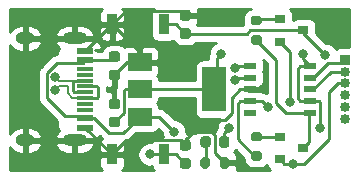
<source format=gbr>
%TF.GenerationSoftware,KiCad,Pcbnew,(5.1.8)-1*%
%TF.CreationDate,2020-12-30T11:25:41+08:00*%
%TF.ProjectId,downloader,646f776e-6c6f-4616-9465-722e6b696361,rev?*%
%TF.SameCoordinates,Original*%
%TF.FileFunction,Copper,L1,Top*%
%TF.FilePolarity,Positive*%
%FSLAX46Y46*%
G04 Gerber Fmt 4.6, Leading zero omitted, Abs format (unit mm)*
G04 Created by KiCad (PCBNEW (5.1.8)-1) date 2020-12-30 11:25:41*
%MOMM*%
%LPD*%
G01*
G04 APERTURE LIST*
%TA.AperFunction,SMDPad,CuDef*%
%ADD10R,1.100000X0.510000*%
%TD*%
%TA.AperFunction,SMDPad,CuDef*%
%ADD11R,2.000000X1.500000*%
%TD*%
%TA.AperFunction,SMDPad,CuDef*%
%ADD12R,2.000000X3.800000*%
%TD*%
%TA.AperFunction,SMDPad,CuDef*%
%ADD13R,0.900000X1.700000*%
%TD*%
%TA.AperFunction,SMDPad,CuDef*%
%ADD14R,0.900000X0.800000*%
%TD*%
%TA.AperFunction,ComponentPad*%
%ADD15O,0.850000X0.850000*%
%TD*%
%TA.AperFunction,ComponentPad*%
%ADD16R,0.850000X0.850000*%
%TD*%
%TA.AperFunction,SMDPad,CuDef*%
%ADD17R,1.450000X0.600000*%
%TD*%
%TA.AperFunction,SMDPad,CuDef*%
%ADD18R,1.450000X0.300000*%
%TD*%
%TA.AperFunction,ComponentPad*%
%ADD19O,2.100000X1.000000*%
%TD*%
%TA.AperFunction,ComponentPad*%
%ADD20O,1.600000X1.000000*%
%TD*%
%TA.AperFunction,ViaPad*%
%ADD21C,0.800000*%
%TD*%
%TA.AperFunction,Conductor*%
%ADD22C,0.250000*%
%TD*%
%TA.AperFunction,Conductor*%
%ADD23C,0.200000*%
%TD*%
%TA.AperFunction,Conductor*%
%ADD24C,0.254000*%
%TD*%
%TA.AperFunction,Conductor*%
%ADD25C,0.100000*%
%TD*%
G04 APERTURE END LIST*
%TO.P,R1,2*%
%TO.N,GND*%
%TA.AperFunction,SMDPad,CuDef*%
G36*
G01*
X118425000Y-99000000D02*
X118425000Y-98450000D01*
G75*
G02*
X118625000Y-98250000I200000J0D01*
G01*
X119025000Y-98250000D01*
G75*
G02*
X119225000Y-98450000I0J-200000D01*
G01*
X119225000Y-99000000D01*
G75*
G02*
X119025000Y-99200000I-200000J0D01*
G01*
X118625000Y-99200000D01*
G75*
G02*
X118425000Y-99000000I0J200000D01*
G01*
G37*
%TD.AperFunction*%
%TO.P,R1,1*%
%TO.N,Net-(D1-Pad1)*%
%TA.AperFunction,SMDPad,CuDef*%
G36*
G01*
X116775000Y-99000000D02*
X116775000Y-98450000D01*
G75*
G02*
X116975000Y-98250000I200000J0D01*
G01*
X117375000Y-98250000D01*
G75*
G02*
X117575000Y-98450000I0J-200000D01*
G01*
X117575000Y-99000000D01*
G75*
G02*
X117375000Y-99200000I-200000J0D01*
G01*
X116975000Y-99200000D01*
G75*
G02*
X116775000Y-99000000I0J200000D01*
G01*
G37*
%TD.AperFunction*%
%TD*%
%TO.P,D1,2*%
%TO.N,Net-(C1-Pad1)*%
%TA.AperFunction,SMDPad,CuDef*%
G36*
G01*
X118350000Y-97206250D02*
X118350000Y-96693750D01*
G75*
G02*
X118568750Y-96475000I218750J0D01*
G01*
X119006250Y-96475000D01*
G75*
G02*
X119225000Y-96693750I0J-218750D01*
G01*
X119225000Y-97206250D01*
G75*
G02*
X119006250Y-97425000I-218750J0D01*
G01*
X118568750Y-97425000D01*
G75*
G02*
X118350000Y-97206250I0J218750D01*
G01*
G37*
%TD.AperFunction*%
%TO.P,D1,1*%
%TO.N,Net-(D1-Pad1)*%
%TA.AperFunction,SMDPad,CuDef*%
G36*
G01*
X116775000Y-97206250D02*
X116775000Y-96693750D01*
G75*
G02*
X116993750Y-96475000I218750J0D01*
G01*
X117431250Y-96475000D01*
G75*
G02*
X117650000Y-96693750I0J-218750D01*
G01*
X117650000Y-97206250D01*
G75*
G02*
X117431250Y-97425000I-218750J0D01*
G01*
X116993750Y-97425000D01*
G75*
G02*
X116775000Y-97206250I0J218750D01*
G01*
G37*
%TD.AperFunction*%
%TD*%
D10*
%TO.P,U2,10*%
%TO.N,+3V3*%
X126050000Y-90500000D03*
%TO.P,U2,9*%
%TO.N,/RXD*%
X126050000Y-91500000D03*
%TO.P,U2,5*%
%TO.N,Net-(U2-Pad5)*%
X120950000Y-94500000D03*
%TO.P,U2,8*%
%TO.N,/TXD*%
X126050000Y-92500000D03*
%TO.P,U2,7*%
%TO.N,+3V3*%
X126050000Y-93500000D03*
%TO.P,U2,6*%
%TO.N,/RTS*%
X126050000Y-94500000D03*
%TO.P,U2,4*%
%TO.N,/DTR*%
X120950000Y-93500000D03*
%TO.P,U2,3*%
%TO.N,GND*%
X120950000Y-92500000D03*
%TO.P,U2,2*%
%TO.N,/D+*%
X120950000Y-91500000D03*
%TO.P,U2,1*%
%TO.N,/D-*%
X120950000Y-90500000D03*
%TD*%
D11*
%TO.P,U1,1*%
%TO.N,GND*%
X111650000Y-90200000D03*
%TO.P,U1,3*%
%TO.N,Net-(C1-Pad1)*%
X111650000Y-94800000D03*
%TO.P,U1,2*%
%TO.N,+3V3*%
X111650000Y-92500000D03*
D12*
X117950000Y-92500000D03*
%TD*%
D13*
%TO.P,SW2,2*%
%TO.N,/EN*%
X113700000Y-98000000D03*
%TO.P,SW2,1*%
%TO.N,GND*%
X109300000Y-98000000D03*
%TD*%
%TO.P,SW1,2*%
%TO.N,/IO0*%
X113700000Y-87000000D03*
%TO.P,SW1,1*%
%TO.N,GND*%
X109300000Y-87000000D03*
%TD*%
%TO.P,R3,2*%
%TO.N,/DTR*%
%TA.AperFunction,SMDPad,CuDef*%
G36*
G01*
X121250000Y-97750000D02*
X121800000Y-97750000D01*
G75*
G02*
X122000000Y-97950000I0J-200000D01*
G01*
X122000000Y-98350000D01*
G75*
G02*
X121800000Y-98550000I-200000J0D01*
G01*
X121250000Y-98550000D01*
G75*
G02*
X121050000Y-98350000I0J200000D01*
G01*
X121050000Y-97950000D01*
G75*
G02*
X121250000Y-97750000I200000J0D01*
G01*
G37*
%TD.AperFunction*%
%TO.P,R3,1*%
%TO.N,Net-(Q2-Pad1)*%
%TA.AperFunction,SMDPad,CuDef*%
G36*
G01*
X121250000Y-96100000D02*
X121800000Y-96100000D01*
G75*
G02*
X122000000Y-96300000I0J-200000D01*
G01*
X122000000Y-96700000D01*
G75*
G02*
X121800000Y-96900000I-200000J0D01*
G01*
X121250000Y-96900000D01*
G75*
G02*
X121050000Y-96700000I0J200000D01*
G01*
X121050000Y-96300000D01*
G75*
G02*
X121250000Y-96100000I200000J0D01*
G01*
G37*
%TD.AperFunction*%
%TD*%
%TO.P,R2,2*%
%TO.N,/RTS*%
%TA.AperFunction,SMDPad,CuDef*%
G36*
G01*
X121225000Y-87925000D02*
X121775000Y-87925000D01*
G75*
G02*
X121975000Y-88125000I0J-200000D01*
G01*
X121975000Y-88525000D01*
G75*
G02*
X121775000Y-88725000I-200000J0D01*
G01*
X121225000Y-88725000D01*
G75*
G02*
X121025000Y-88525000I0J200000D01*
G01*
X121025000Y-88125000D01*
G75*
G02*
X121225000Y-87925000I200000J0D01*
G01*
G37*
%TD.AperFunction*%
%TO.P,R2,1*%
%TO.N,Net-(Q1-Pad1)*%
%TA.AperFunction,SMDPad,CuDef*%
G36*
G01*
X121225000Y-86275000D02*
X121775000Y-86275000D01*
G75*
G02*
X121975000Y-86475000I0J-200000D01*
G01*
X121975000Y-86875000D01*
G75*
G02*
X121775000Y-87075000I-200000J0D01*
G01*
X121225000Y-87075000D01*
G75*
G02*
X121025000Y-86875000I0J200000D01*
G01*
X121025000Y-86475000D01*
G75*
G02*
X121225000Y-86275000I200000J0D01*
G01*
G37*
%TD.AperFunction*%
%TD*%
D14*
%TO.P,Q2,3*%
%TO.N,/RTS*%
X125475000Y-97475000D03*
%TO.P,Q2,2*%
%TO.N,/EN*%
X123475000Y-98425000D03*
%TO.P,Q2,1*%
%TO.N,Net-(Q2-Pad1)*%
X123475000Y-96525000D03*
%TD*%
%TO.P,Q1,3*%
%TO.N,/IO0*%
X125500000Y-87500000D03*
%TO.P,Q1,2*%
%TO.N,/DTR*%
X123500000Y-88450000D03*
%TO.P,Q1,1*%
%TO.N,Net-(Q1-Pad1)*%
X123500000Y-86550000D03*
%TD*%
D15*
%TO.P,J2,6*%
%TO.N,+3V3*%
X129000000Y-95000000D03*
%TO.P,J2,5*%
%TO.N,GND*%
X129000000Y-94000000D03*
%TO.P,J2,4*%
%TO.N,/IO0*%
X129000000Y-93000000D03*
%TO.P,J2,3*%
%TO.N,/EN*%
X129000000Y-92000000D03*
%TO.P,J2,2*%
%TO.N,/TXD*%
X129000000Y-91000000D03*
D16*
%TO.P,J2,1*%
%TO.N,/RXD*%
X129000000Y-90000000D03*
%TD*%
D17*
%TO.P,J1,B1*%
%TO.N,GND*%
X107045000Y-95750000D03*
%TO.P,J1,A9*%
%TO.N,Net-(C1-Pad1)*%
X107045000Y-94950000D03*
%TO.P,J1,B9*%
X107045000Y-90050000D03*
%TO.P,J1,B12*%
%TO.N,GND*%
X107045000Y-89250000D03*
%TO.P,J1,A1*%
X107045000Y-89250000D03*
%TO.P,J1,A4*%
%TO.N,Net-(C1-Pad1)*%
X107045000Y-90050000D03*
%TO.P,J1,B4*%
X107045000Y-94950000D03*
%TO.P,J1,A12*%
%TO.N,GND*%
X107045000Y-95750000D03*
D18*
%TO.P,J1,B8*%
%TO.N,Net-(J1-PadB8)*%
X107045000Y-90750000D03*
%TO.P,J1,A5*%
%TO.N,Net-(J1-PadA5)*%
X107045000Y-91250000D03*
%TO.P,J1,B7*%
%TO.N,/D-*%
X107045000Y-91750000D03*
%TO.P,J1,A7*%
X107045000Y-92750000D03*
%TO.P,J1,B6*%
%TO.N,/D+*%
X107045000Y-93250000D03*
%TO.P,J1,A8*%
%TO.N,Net-(J1-PadA8)*%
X107045000Y-93750000D03*
%TO.P,J1,B5*%
%TO.N,Net-(J1-PadB5)*%
X107045000Y-94250000D03*
%TO.P,J1,A6*%
%TO.N,/D+*%
X107045000Y-92250000D03*
D19*
%TO.P,J1,S1*%
%TO.N,GND*%
X106130000Y-96820000D03*
X106130000Y-88180000D03*
D20*
X101950000Y-88180000D03*
X101950000Y-96820000D03*
%TD*%
%TO.P,C4,2*%
%TO.N,GND*%
%TA.AperFunction,SMDPad,CuDef*%
G36*
G01*
X115750000Y-97675000D02*
X115250000Y-97675000D01*
G75*
G02*
X115025000Y-97450000I0J225000D01*
G01*
X115025000Y-97000000D01*
G75*
G02*
X115250000Y-96775000I225000J0D01*
G01*
X115750000Y-96775000D01*
G75*
G02*
X115975000Y-97000000I0J-225000D01*
G01*
X115975000Y-97450000D01*
G75*
G02*
X115750000Y-97675000I-225000J0D01*
G01*
G37*
%TD.AperFunction*%
%TO.P,C4,1*%
%TO.N,/EN*%
%TA.AperFunction,SMDPad,CuDef*%
G36*
G01*
X115750000Y-99225000D02*
X115250000Y-99225000D01*
G75*
G02*
X115025000Y-99000000I0J225000D01*
G01*
X115025000Y-98550000D01*
G75*
G02*
X115250000Y-98325000I225000J0D01*
G01*
X115750000Y-98325000D01*
G75*
G02*
X115975000Y-98550000I0J-225000D01*
G01*
X115975000Y-99000000D01*
G75*
G02*
X115750000Y-99225000I-225000J0D01*
G01*
G37*
%TD.AperFunction*%
%TD*%
%TO.P,C2,2*%
%TO.N,GND*%
%TA.AperFunction,SMDPad,CuDef*%
G36*
G01*
X115750000Y-86675000D02*
X115250000Y-86675000D01*
G75*
G02*
X115025000Y-86450000I0J225000D01*
G01*
X115025000Y-86000000D01*
G75*
G02*
X115250000Y-85775000I225000J0D01*
G01*
X115750000Y-85775000D01*
G75*
G02*
X115975000Y-86000000I0J-225000D01*
G01*
X115975000Y-86450000D01*
G75*
G02*
X115750000Y-86675000I-225000J0D01*
G01*
G37*
%TD.AperFunction*%
%TO.P,C2,1*%
%TO.N,/IO0*%
%TA.AperFunction,SMDPad,CuDef*%
G36*
G01*
X115750000Y-88225000D02*
X115250000Y-88225000D01*
G75*
G02*
X115025000Y-88000000I0J225000D01*
G01*
X115025000Y-87550000D01*
G75*
G02*
X115250000Y-87325000I225000J0D01*
G01*
X115750000Y-87325000D01*
G75*
G02*
X115975000Y-87550000I0J-225000D01*
G01*
X115975000Y-88000000D01*
G75*
G02*
X115750000Y-88225000I-225000J0D01*
G01*
G37*
%TD.AperFunction*%
%TD*%
%TO.P,C3,2*%
%TO.N,GND*%
%TA.AperFunction,SMDPad,CuDef*%
G36*
G01*
X109750000Y-94175000D02*
X109250000Y-94175000D01*
G75*
G02*
X109025000Y-93950000I0J225000D01*
G01*
X109025000Y-93500000D01*
G75*
G02*
X109250000Y-93275000I225000J0D01*
G01*
X109750000Y-93275000D01*
G75*
G02*
X109975000Y-93500000I0J-225000D01*
G01*
X109975000Y-93950000D01*
G75*
G02*
X109750000Y-94175000I-225000J0D01*
G01*
G37*
%TD.AperFunction*%
%TO.P,C3,1*%
%TO.N,+3V3*%
%TA.AperFunction,SMDPad,CuDef*%
G36*
G01*
X109750000Y-95725000D02*
X109250000Y-95725000D01*
G75*
G02*
X109025000Y-95500000I0J225000D01*
G01*
X109025000Y-95050000D01*
G75*
G02*
X109250000Y-94825000I225000J0D01*
G01*
X109750000Y-94825000D01*
G75*
G02*
X109975000Y-95050000I0J-225000D01*
G01*
X109975000Y-95500000D01*
G75*
G02*
X109750000Y-95725000I-225000J0D01*
G01*
G37*
%TD.AperFunction*%
%TD*%
%TO.P,C1,2*%
%TO.N,GND*%
%TA.AperFunction,SMDPad,CuDef*%
G36*
G01*
X109250000Y-90825000D02*
X109750000Y-90825000D01*
G75*
G02*
X109975000Y-91050000I0J-225000D01*
G01*
X109975000Y-91500000D01*
G75*
G02*
X109750000Y-91725000I-225000J0D01*
G01*
X109250000Y-91725000D01*
G75*
G02*
X109025000Y-91500000I0J225000D01*
G01*
X109025000Y-91050000D01*
G75*
G02*
X109250000Y-90825000I225000J0D01*
G01*
G37*
%TD.AperFunction*%
%TO.P,C1,1*%
%TO.N,Net-(C1-Pad1)*%
%TA.AperFunction,SMDPad,CuDef*%
G36*
G01*
X109250000Y-89275000D02*
X109750000Y-89275000D01*
G75*
G02*
X109975000Y-89500000I0J-225000D01*
G01*
X109975000Y-89950000D01*
G75*
G02*
X109750000Y-90175000I-225000J0D01*
G01*
X109250000Y-90175000D01*
G75*
G02*
X109025000Y-89950000I0J225000D01*
G01*
X109025000Y-89500000D01*
G75*
G02*
X109250000Y-89275000I225000J0D01*
G01*
G37*
%TD.AperFunction*%
%TD*%
D21*
%TO.N,GND*%
X122100000Y-92500000D03*
X126900000Y-86200000D03*
%TO.N,/D-*%
X104500000Y-91475000D03*
X119700006Y-90700000D03*
%TO.N,/D+*%
X104500000Y-92525000D03*
X119712656Y-91712670D03*
%TO.N,/IO0*%
X127337465Y-89572282D03*
%TO.N,/DTR*%
X124351540Y-93574230D03*
X122500000Y-94000000D03*
%TO.N,/EN*%
X124575000Y-98825000D03*
X112474991Y-98000009D03*
%TO.N,+3V3*%
X125500000Y-89500000D03*
X118499990Y-89500000D03*
X126899998Y-95800000D03*
%TO.N,Net-(C1-Pad1)*%
X114550000Y-96075000D03*
X119199990Y-95750000D03*
%TD*%
D22*
%TO.N,GND*%
X109500000Y-91275000D02*
X109500000Y-93725000D01*
X115099999Y-85824999D02*
X115500000Y-86225000D01*
X110475001Y-85824999D02*
X115099999Y-85824999D01*
X109300000Y-87000000D02*
X110475001Y-85824999D01*
X115099999Y-96824999D02*
X115500000Y-97225000D01*
X110475001Y-96824999D02*
X115099999Y-96824999D01*
X109300000Y-98000000D02*
X110475001Y-96824999D01*
X109295000Y-87000000D02*
X107045000Y-89250000D01*
X109300000Y-87000000D02*
X109295000Y-87000000D01*
X109295000Y-98000000D02*
X107045000Y-95750000D01*
X109300000Y-98000000D02*
X109295000Y-98000000D01*
X110575000Y-90200000D02*
X109500000Y-91275000D01*
X111650000Y-90200000D02*
X110575000Y-90200000D01*
X111650000Y-89350000D02*
X109300000Y-87000000D01*
X111650000Y-90200000D02*
X111650000Y-89350000D01*
X120950000Y-92500000D02*
X122100000Y-92500000D01*
X115500000Y-96825000D02*
X115500000Y-97225000D01*
X117750000Y-96100000D02*
X116225000Y-96100000D01*
X118000000Y-96350000D02*
X117750000Y-96100000D01*
X116225000Y-96100000D02*
X115500000Y-96825000D01*
X118000000Y-97900000D02*
X118000000Y-96350000D01*
X118825000Y-98725000D02*
X118000000Y-97900000D01*
X117225000Y-95100000D02*
X115500000Y-96825000D01*
X118835002Y-95100000D02*
X117225000Y-95100000D01*
X119450000Y-93200011D02*
X119450000Y-94485002D01*
X119449989Y-93200011D02*
X119450000Y-93200011D01*
X120150000Y-92500000D02*
X119449989Y-93200011D01*
X119450000Y-94485002D02*
X118835002Y-95100000D01*
X120950000Y-92500000D02*
X120150000Y-92500000D01*
%TO.N,/D-*%
X106084998Y-92750000D02*
X107045000Y-92750000D01*
X105994999Y-92660001D02*
X106084998Y-92750000D01*
X105994999Y-91839999D02*
X105994999Y-92660001D01*
X106084998Y-91750000D02*
X105994999Y-91839999D01*
X107045000Y-91750000D02*
X106084998Y-91750000D01*
D23*
X104800000Y-91775000D02*
X104500000Y-91475000D01*
X105932499Y-91775000D02*
X104800000Y-91775000D01*
X105957499Y-91750000D02*
X105932499Y-91775000D01*
X107045000Y-91750000D02*
X105957499Y-91750000D01*
D22*
X119900006Y-90500000D02*
X119700006Y-90700000D01*
X120950000Y-90500000D02*
X119900006Y-90500000D01*
%TO.N,/D+*%
X108020000Y-93250000D02*
X107045000Y-93250000D01*
X108095001Y-93174999D02*
X108020000Y-93250000D01*
X108095001Y-92339999D02*
X108095001Y-93174999D01*
X108005002Y-92250000D02*
X108095001Y-92339999D01*
X107045000Y-92250000D02*
X108005002Y-92250000D01*
D23*
X108070001Y-93140001D02*
X108010001Y-93200001D01*
X105569989Y-92836045D02*
X105569989Y-92225000D01*
X104800000Y-92225000D02*
X104500000Y-92525000D01*
X107045000Y-92250000D02*
X107960002Y-92250000D01*
X108070001Y-92359999D02*
X108070001Y-93140001D01*
X108010001Y-93200001D02*
X105933945Y-93200001D01*
X107960002Y-92250000D02*
X108070001Y-92359999D01*
X105933945Y-93200001D02*
X105569989Y-92836045D01*
X105569989Y-92225000D02*
X104800000Y-92225000D01*
D22*
X120950000Y-91500000D02*
X119925326Y-91500000D01*
X119925326Y-91500000D02*
X119712656Y-91712670D01*
%TO.N,/IO0*%
X114725000Y-87000000D02*
X115500000Y-87775000D01*
X113700000Y-87000000D02*
X114725000Y-87000000D01*
X121000000Y-87500000D02*
X125500000Y-87500000D01*
X120725000Y-87775000D02*
X121000000Y-87500000D01*
X115500000Y-87775000D02*
X120725000Y-87775000D01*
X125500000Y-87734817D02*
X127337465Y-89572282D01*
X125500000Y-87500000D02*
X125500000Y-87734817D01*
%TO.N,/DTR*%
X124351540Y-89301540D02*
X124351540Y-93574230D01*
X123500000Y-88450000D02*
X124351540Y-89301540D01*
X122000000Y-93500000D02*
X120950000Y-93500000D01*
X122500000Y-94000000D02*
X122000000Y-93500000D01*
X119925000Y-96725000D02*
X121350000Y-98150000D01*
X120150000Y-93500000D02*
X119925000Y-93725000D01*
X120950000Y-93500000D02*
X120150000Y-93500000D01*
X119925000Y-93725000D02*
X119925000Y-96725000D01*
%TO.N,Net-(Q1-Pad1)*%
X121625000Y-86550000D02*
X121500000Y-86675000D01*
X123500000Y-86550000D02*
X121625000Y-86550000D01*
%TO.N,/RTS*%
X124000000Y-94500000D02*
X126050000Y-94500000D01*
X123149848Y-93649848D02*
X124000000Y-94500000D01*
X123149848Y-89974848D02*
X123149848Y-93649848D01*
X121500000Y-88325000D02*
X123149848Y-89974848D01*
X126000000Y-96950000D02*
X125475000Y-97475000D01*
X126000000Y-94550000D02*
X126000000Y-96950000D01*
X126050000Y-94500000D02*
X126000000Y-94550000D01*
%TO.N,/EN*%
X114725000Y-98000000D02*
X115500000Y-98775000D01*
X113700000Y-98000000D02*
X114725000Y-98000000D01*
X123875000Y-98825000D02*
X123475000Y-98425000D01*
X124575000Y-98825000D02*
X123875000Y-98825000D01*
X124575000Y-98825000D02*
X125560002Y-98825000D01*
X125560002Y-98825000D02*
X127650001Y-96735001D01*
X127650001Y-96735001D02*
X127650001Y-92748959D01*
X128398960Y-92000000D02*
X129000000Y-92000000D01*
X127650001Y-92748959D02*
X128398960Y-92000000D01*
X112475000Y-98000000D02*
X112474991Y-98000009D01*
X113700000Y-98000000D02*
X112475000Y-98000000D01*
%TO.N,Net-(Q2-Pad1)*%
X123450000Y-96500000D02*
X123475000Y-96525000D01*
X121350000Y-96500000D02*
X123450000Y-96500000D01*
%TO.N,+3V3*%
X125000000Y-93250000D02*
X125250000Y-93500000D01*
X125250000Y-93500000D02*
X126050000Y-93500000D01*
X125000000Y-90750000D02*
X125000000Y-93250000D01*
X125250000Y-90500000D02*
X125000000Y-90750000D01*
X126050000Y-90500000D02*
X125250000Y-90500000D01*
X125500000Y-89950000D02*
X126050000Y-90500000D01*
X125500000Y-89500000D02*
X125500000Y-89950000D01*
X118150000Y-92500000D02*
X118150000Y-89849990D01*
X118150000Y-89849990D02*
X118499990Y-89500000D01*
X110300010Y-94474990D02*
X109500000Y-95275000D01*
X110300010Y-92599990D02*
X110300010Y-94474990D01*
X110400000Y-92500000D02*
X110300010Y-92599990D01*
X111650000Y-92500000D02*
X110400000Y-92500000D01*
X111650000Y-92500000D02*
X117950000Y-92500000D01*
X126925001Y-95774997D02*
X126899998Y-95800000D01*
X126050000Y-93500000D02*
X126850000Y-93500000D01*
X126850000Y-93500000D02*
X126925001Y-93575001D01*
X126925001Y-93575001D02*
X126925001Y-95774997D01*
%TO.N,Net-(C1-Pad1)*%
X109175000Y-90050000D02*
X109500000Y-89725000D01*
X107045000Y-90050000D02*
X109175000Y-90050000D01*
X110250000Y-96200000D02*
X111650000Y-94800000D01*
X109052501Y-96200000D02*
X110250000Y-96200000D01*
X107802501Y-94950000D02*
X109052501Y-96200000D01*
X107045000Y-94950000D02*
X107802501Y-94950000D01*
X106820001Y-94725001D02*
X107045000Y-94950000D01*
X105273001Y-94725001D02*
X106820001Y-94725001D01*
X103774999Y-93226999D02*
X105273001Y-94725001D01*
X103774999Y-91126999D02*
X103774999Y-93226999D01*
X104641997Y-90260001D02*
X103774999Y-91126999D01*
X106834999Y-90260001D02*
X104641997Y-90260001D01*
X107045000Y-90050000D02*
X106834999Y-90260001D01*
X113275000Y-94800000D02*
X114550000Y-96075000D01*
X111650000Y-94800000D02*
X113275000Y-94800000D01*
X118787500Y-96950000D02*
X118787500Y-96162490D01*
X118787500Y-96162490D02*
X119199990Y-95750000D01*
%TO.N,/RXD*%
X126345000Y-91500000D02*
X126050000Y-91500000D01*
X127595001Y-90249999D02*
X126345000Y-91500000D01*
X128750001Y-90249999D02*
X127595001Y-90249999D01*
X129000000Y-90000000D02*
X128750001Y-90249999D01*
%TO.N,/TXD*%
X127845000Y-91000000D02*
X126345000Y-92500000D01*
X126345000Y-92500000D02*
X126050000Y-92500000D01*
X129000000Y-91000000D02*
X127845000Y-91000000D01*
%TO.N,Net-(D1-Pad1)*%
X117212500Y-98687500D02*
X117175000Y-98725000D01*
X117212500Y-96950000D02*
X117212500Y-98687500D01*
%TD*%
D24*
%TO.N,GND*%
X120411928Y-98286730D02*
X120411928Y-98350000D01*
X120428031Y-98513500D01*
X120475722Y-98670716D01*
X120553169Y-98815608D01*
X120657394Y-98942606D01*
X120784392Y-99046831D01*
X120929284Y-99124278D01*
X121086500Y-99171969D01*
X121250000Y-99188072D01*
X121800000Y-99188072D01*
X121963500Y-99171969D01*
X122120716Y-99124278D01*
X122265608Y-99046831D01*
X122392606Y-98942606D01*
X122397878Y-98936182D01*
X122399188Y-98949482D01*
X122435498Y-99069180D01*
X122494463Y-99179494D01*
X122573815Y-99276185D01*
X122651574Y-99340000D01*
X119846105Y-99340000D01*
X119850812Y-99324482D01*
X119863072Y-99200000D01*
X119860000Y-99010750D01*
X119701250Y-98852000D01*
X118952000Y-98852000D01*
X118952000Y-98872000D01*
X118698000Y-98872000D01*
X118698000Y-98852000D01*
X118678000Y-98852000D01*
X118678000Y-98598000D01*
X118698000Y-98598000D01*
X118698000Y-98578000D01*
X118952000Y-98578000D01*
X118952000Y-98598000D01*
X119701250Y-98598000D01*
X119860000Y-98439250D01*
X119863072Y-98250000D01*
X119850812Y-98125518D01*
X119814502Y-98005820D01*
X119755537Y-97895506D01*
X119676185Y-97798815D01*
X119644422Y-97772748D01*
X119718671Y-97682275D01*
X119749603Y-97624405D01*
X120411928Y-98286730D01*
%TA.AperFunction,Conductor*%
D25*
G36*
X120411928Y-98286730D02*
G01*
X120411928Y-98350000D01*
X120428031Y-98513500D01*
X120475722Y-98670716D01*
X120553169Y-98815608D01*
X120657394Y-98942606D01*
X120784392Y-99046831D01*
X120929284Y-99124278D01*
X121086500Y-99171969D01*
X121250000Y-99188072D01*
X121800000Y-99188072D01*
X121963500Y-99171969D01*
X122120716Y-99124278D01*
X122265608Y-99046831D01*
X122392606Y-98942606D01*
X122397878Y-98936182D01*
X122399188Y-98949482D01*
X122435498Y-99069180D01*
X122494463Y-99179494D01*
X122573815Y-99276185D01*
X122651574Y-99340000D01*
X119846105Y-99340000D01*
X119850812Y-99324482D01*
X119863072Y-99200000D01*
X119860000Y-99010750D01*
X119701250Y-98852000D01*
X118952000Y-98852000D01*
X118952000Y-98872000D01*
X118698000Y-98872000D01*
X118698000Y-98852000D01*
X118678000Y-98852000D01*
X118678000Y-98598000D01*
X118698000Y-98598000D01*
X118698000Y-98578000D01*
X118952000Y-98578000D01*
X118952000Y-98598000D01*
X119701250Y-98598000D01*
X119860000Y-98439250D01*
X119863072Y-98250000D01*
X119850812Y-98125518D01*
X119814502Y-98005820D01*
X119755537Y-97895506D01*
X119676185Y-97798815D01*
X119644422Y-97772748D01*
X119718671Y-97682275D01*
X119749603Y-97624405D01*
X120411928Y-98286730D01*
G37*
%TD.AperFunction*%
D24*
X108398815Y-85698815D02*
X108319463Y-85795506D01*
X108260498Y-85905820D01*
X108224188Y-86025518D01*
X108211928Y-86150000D01*
X108215000Y-86714250D01*
X108373750Y-86873000D01*
X109173000Y-86873000D01*
X109173000Y-86853000D01*
X109427000Y-86853000D01*
X109427000Y-86873000D01*
X110226250Y-86873000D01*
X110385000Y-86714250D01*
X110388072Y-86150000D01*
X110375812Y-86025518D01*
X110339502Y-85905820D01*
X110280537Y-85795506D01*
X110201185Y-85698815D01*
X110153889Y-85660000D01*
X112846111Y-85660000D01*
X112798815Y-85698815D01*
X112719463Y-85795506D01*
X112660498Y-85905820D01*
X112624188Y-86025518D01*
X112611928Y-86150000D01*
X112611928Y-87850000D01*
X112624188Y-87974482D01*
X112660498Y-88094180D01*
X112719463Y-88204494D01*
X112798815Y-88301185D01*
X112895506Y-88380537D01*
X113005820Y-88439502D01*
X113125518Y-88475812D01*
X113250000Y-88488072D01*
X114150000Y-88488072D01*
X114274482Y-88475812D01*
X114394180Y-88439502D01*
X114485044Y-88390934D01*
X114532382Y-88479497D01*
X114639716Y-88610284D01*
X114770503Y-88717618D01*
X114919717Y-88797375D01*
X115081623Y-88846488D01*
X115250000Y-88863072D01*
X115750000Y-88863072D01*
X115918377Y-88846488D01*
X116080283Y-88797375D01*
X116229497Y-88717618D01*
X116360284Y-88610284D01*
X116422068Y-88535000D01*
X118125121Y-88535000D01*
X118009734Y-88582795D01*
X117840216Y-88696063D01*
X117696053Y-88840226D01*
X117582785Y-89009744D01*
X117504764Y-89198102D01*
X117464990Y-89398061D01*
X117464990Y-89519324D01*
X117444454Y-89557744D01*
X117423833Y-89625725D01*
X117400998Y-89701004D01*
X117398554Y-89725815D01*
X117386324Y-89849990D01*
X117390001Y-89887322D01*
X117390001Y-89961928D01*
X116950000Y-89961928D01*
X116825518Y-89974188D01*
X116705820Y-90010498D01*
X116595506Y-90069463D01*
X116498815Y-90148815D01*
X116419463Y-90245506D01*
X116360498Y-90355820D01*
X116324188Y-90475518D01*
X116311928Y-90600000D01*
X116311928Y-91740000D01*
X113287087Y-91740000D01*
X113275812Y-91625518D01*
X113239502Y-91505820D01*
X113180537Y-91395506D01*
X113143191Y-91350000D01*
X113180537Y-91304494D01*
X113239502Y-91194180D01*
X113275812Y-91074482D01*
X113288072Y-90950000D01*
X113285000Y-90485750D01*
X113126250Y-90327000D01*
X111777000Y-90327000D01*
X111777000Y-90347000D01*
X111523000Y-90347000D01*
X111523000Y-90327000D01*
X111503000Y-90327000D01*
X111503000Y-90073000D01*
X111523000Y-90073000D01*
X111523000Y-88973750D01*
X111777000Y-88973750D01*
X111777000Y-90073000D01*
X113126250Y-90073000D01*
X113285000Y-89914250D01*
X113288072Y-89450000D01*
X113275812Y-89325518D01*
X113239502Y-89205820D01*
X113180537Y-89095506D01*
X113101185Y-88998815D01*
X113004494Y-88919463D01*
X112894180Y-88860498D01*
X112774482Y-88824188D01*
X112650000Y-88811928D01*
X111935750Y-88815000D01*
X111777000Y-88973750D01*
X111523000Y-88973750D01*
X111364250Y-88815000D01*
X110650000Y-88811928D01*
X110525518Y-88824188D01*
X110405820Y-88860498D01*
X110356684Y-88886762D01*
X110229497Y-88782382D01*
X110080283Y-88702625D01*
X109918377Y-88653512D01*
X109750000Y-88636928D01*
X109250000Y-88636928D01*
X109081623Y-88653512D01*
X108919717Y-88702625D01*
X108770503Y-88782382D01*
X108639716Y-88889716D01*
X108532382Y-89020503D01*
X108452625Y-89169717D01*
X108416138Y-89290000D01*
X108210444Y-89290000D01*
X108124494Y-89219463D01*
X108014180Y-89160498D01*
X107894482Y-89124188D01*
X107882420Y-89123000D01*
X108246250Y-89123000D01*
X108405000Y-88964250D01*
X108408072Y-88950000D01*
X108395812Y-88825518D01*
X108359502Y-88705820D01*
X108300537Y-88595506D01*
X108221185Y-88498815D01*
X108124494Y-88419463D01*
X108014180Y-88360498D01*
X107894482Y-88324188D01*
X107770000Y-88311928D01*
X107652104Y-88312753D01*
X107647954Y-88307000D01*
X106257000Y-88307000D01*
X106257000Y-88318133D01*
X106195518Y-88324188D01*
X106186248Y-88327000D01*
X106003000Y-88327000D01*
X106003000Y-88307000D01*
X104612046Y-88307000D01*
X104485881Y-88481874D01*
X104565724Y-88704976D01*
X104687631Y-88892764D01*
X104828206Y-89037116D01*
X104749259Y-89155269D01*
X104676892Y-89329978D01*
X104643769Y-89496500D01*
X104641996Y-89496325D01*
X104604673Y-89500001D01*
X104604664Y-89500001D01*
X104493011Y-89510998D01*
X104349750Y-89554455D01*
X104217721Y-89625027D01*
X104101996Y-89720000D01*
X104078198Y-89748998D01*
X103264001Y-90563196D01*
X103234998Y-90586998D01*
X103208581Y-90619188D01*
X103140025Y-90702723D01*
X103075308Y-90823800D01*
X103069453Y-90834753D01*
X103025996Y-90978014D01*
X103014999Y-91089667D01*
X103014999Y-91089677D01*
X103011323Y-91126999D01*
X103014999Y-91164322D01*
X103015000Y-93189667D01*
X103011323Y-93226999D01*
X103015000Y-93264332D01*
X103025997Y-93375985D01*
X103031150Y-93392972D01*
X103069453Y-93519245D01*
X103140025Y-93651275D01*
X103201341Y-93725988D01*
X103234999Y-93767000D01*
X103263997Y-93790798D01*
X104661344Y-95188146D01*
X104640000Y-95295448D01*
X104640000Y-95484552D01*
X104676892Y-95670022D01*
X104749259Y-95844731D01*
X104828206Y-95962884D01*
X104687631Y-96107236D01*
X104565724Y-96295024D01*
X104485881Y-96518126D01*
X104612046Y-96693000D01*
X106003000Y-96693000D01*
X106003000Y-96673000D01*
X106186248Y-96673000D01*
X106195518Y-96675812D01*
X106257000Y-96681867D01*
X106257000Y-96693000D01*
X107647954Y-96693000D01*
X107652104Y-96687247D01*
X107770000Y-96688072D01*
X107894482Y-96675812D01*
X108014180Y-96639502D01*
X108124494Y-96580537D01*
X108221185Y-96501185D01*
X108247193Y-96469494D01*
X108441491Y-96663792D01*
X108398815Y-96698815D01*
X108319463Y-96795506D01*
X108260498Y-96905820D01*
X108224188Y-97025518D01*
X108211928Y-97150000D01*
X108215000Y-97714250D01*
X108373750Y-97873000D01*
X109173000Y-97873000D01*
X109173000Y-97853000D01*
X109427000Y-97853000D01*
X109427000Y-97873000D01*
X110226250Y-97873000D01*
X110385000Y-97714250D01*
X110388072Y-97150000D01*
X110375812Y-97025518D01*
X110353947Y-96953439D01*
X110398986Y-96949003D01*
X110542247Y-96905546D01*
X110674276Y-96834974D01*
X110790001Y-96740001D01*
X110813804Y-96710997D01*
X111336729Y-96188072D01*
X112650000Y-96188072D01*
X112774482Y-96175812D01*
X112894180Y-96139502D01*
X113004494Y-96080537D01*
X113101185Y-96001185D01*
X113180537Y-95904494D01*
X113223784Y-95823586D01*
X113515000Y-96114802D01*
X113515000Y-96176939D01*
X113554774Y-96376898D01*
X113610706Y-96511928D01*
X113250000Y-96511928D01*
X113125518Y-96524188D01*
X113005820Y-96560498D01*
X112895506Y-96619463D01*
X112798815Y-96698815D01*
X112719463Y-96795506D01*
X112660498Y-96905820D01*
X112638809Y-96977317D01*
X112576930Y-96965009D01*
X112373052Y-96965009D01*
X112173093Y-97004783D01*
X111984735Y-97082804D01*
X111815217Y-97196072D01*
X111671054Y-97340235D01*
X111557786Y-97509753D01*
X111479765Y-97698111D01*
X111439991Y-97898070D01*
X111439991Y-98101948D01*
X111479765Y-98301907D01*
X111557786Y-98490265D01*
X111671054Y-98659783D01*
X111815217Y-98803946D01*
X111984735Y-98917214D01*
X112173093Y-98995235D01*
X112373052Y-99035009D01*
X112576930Y-99035009D01*
X112638815Y-99022699D01*
X112660498Y-99094180D01*
X112719463Y-99204494D01*
X112798815Y-99301185D01*
X112846111Y-99340000D01*
X110153889Y-99340000D01*
X110201185Y-99301185D01*
X110280537Y-99204494D01*
X110339502Y-99094180D01*
X110375812Y-98974482D01*
X110388072Y-98850000D01*
X110385000Y-98285750D01*
X110226250Y-98127000D01*
X109427000Y-98127000D01*
X109427000Y-98147000D01*
X109173000Y-98147000D01*
X109173000Y-98127000D01*
X108373750Y-98127000D01*
X108215000Y-98285750D01*
X108211928Y-98850000D01*
X108224188Y-98974482D01*
X108260498Y-99094180D01*
X108319463Y-99204494D01*
X108398815Y-99301185D01*
X108446111Y-99340000D01*
X100660000Y-99340000D01*
X100660000Y-97382371D01*
X100757631Y-97532764D01*
X100913831Y-97693161D01*
X101098322Y-97820003D01*
X101304013Y-97908415D01*
X101523000Y-97955000D01*
X101823000Y-97955000D01*
X101823000Y-96947000D01*
X102077000Y-96947000D01*
X102077000Y-97955000D01*
X102377000Y-97955000D01*
X102595987Y-97908415D01*
X102801678Y-97820003D01*
X102986169Y-97693161D01*
X103142369Y-97532764D01*
X103264276Y-97344976D01*
X103344119Y-97121874D01*
X104485881Y-97121874D01*
X104565724Y-97344976D01*
X104687631Y-97532764D01*
X104843831Y-97693161D01*
X105028322Y-97820003D01*
X105234013Y-97908415D01*
X105453000Y-97955000D01*
X106003000Y-97955000D01*
X106003000Y-96947000D01*
X106257000Y-96947000D01*
X106257000Y-97955000D01*
X106807000Y-97955000D01*
X107025987Y-97908415D01*
X107231678Y-97820003D01*
X107416169Y-97693161D01*
X107572369Y-97532764D01*
X107694276Y-97344976D01*
X107774119Y-97121874D01*
X107647954Y-96947000D01*
X106257000Y-96947000D01*
X106003000Y-96947000D01*
X104612046Y-96947000D01*
X104485881Y-97121874D01*
X103344119Y-97121874D01*
X103217954Y-96947000D01*
X102077000Y-96947000D01*
X101823000Y-96947000D01*
X101803000Y-96947000D01*
X101803000Y-96693000D01*
X101823000Y-96693000D01*
X101823000Y-95685000D01*
X102077000Y-95685000D01*
X102077000Y-96693000D01*
X103217954Y-96693000D01*
X103344119Y-96518126D01*
X103264276Y-96295024D01*
X103142369Y-96107236D01*
X102986169Y-95946839D01*
X102801678Y-95819997D01*
X102595987Y-95731585D01*
X102377000Y-95685000D01*
X102077000Y-95685000D01*
X101823000Y-95685000D01*
X101523000Y-95685000D01*
X101304013Y-95731585D01*
X101098322Y-95819997D01*
X100913831Y-95946839D01*
X100757631Y-96107236D01*
X100660000Y-96257629D01*
X100660000Y-88742371D01*
X100757631Y-88892764D01*
X100913831Y-89053161D01*
X101098322Y-89180003D01*
X101304013Y-89268415D01*
X101523000Y-89315000D01*
X101823000Y-89315000D01*
X101823000Y-88307000D01*
X102077000Y-88307000D01*
X102077000Y-89315000D01*
X102377000Y-89315000D01*
X102595987Y-89268415D01*
X102801678Y-89180003D01*
X102986169Y-89053161D01*
X103142369Y-88892764D01*
X103264276Y-88704976D01*
X103344119Y-88481874D01*
X103217954Y-88307000D01*
X102077000Y-88307000D01*
X101823000Y-88307000D01*
X101803000Y-88307000D01*
X101803000Y-88053000D01*
X101823000Y-88053000D01*
X101823000Y-87045000D01*
X102077000Y-87045000D01*
X102077000Y-88053000D01*
X103217954Y-88053000D01*
X103344119Y-87878126D01*
X104485881Y-87878126D01*
X104612046Y-88053000D01*
X106003000Y-88053000D01*
X106003000Y-87045000D01*
X106257000Y-87045000D01*
X106257000Y-88053000D01*
X107647954Y-88053000D01*
X107774119Y-87878126D01*
X107764054Y-87850000D01*
X108211928Y-87850000D01*
X108224188Y-87974482D01*
X108260498Y-88094180D01*
X108319463Y-88204494D01*
X108398815Y-88301185D01*
X108495506Y-88380537D01*
X108605820Y-88439502D01*
X108725518Y-88475812D01*
X108850000Y-88488072D01*
X109014250Y-88485000D01*
X109173000Y-88326250D01*
X109173000Y-87127000D01*
X109427000Y-87127000D01*
X109427000Y-88326250D01*
X109585750Y-88485000D01*
X109750000Y-88488072D01*
X109874482Y-88475812D01*
X109994180Y-88439502D01*
X110104494Y-88380537D01*
X110201185Y-88301185D01*
X110280537Y-88204494D01*
X110339502Y-88094180D01*
X110375812Y-87974482D01*
X110388072Y-87850000D01*
X110385000Y-87285750D01*
X110226250Y-87127000D01*
X109427000Y-87127000D01*
X109173000Y-87127000D01*
X108373750Y-87127000D01*
X108215000Y-87285750D01*
X108211928Y-87850000D01*
X107764054Y-87850000D01*
X107694276Y-87655024D01*
X107572369Y-87467236D01*
X107416169Y-87306839D01*
X107231678Y-87179997D01*
X107025987Y-87091585D01*
X106807000Y-87045000D01*
X106257000Y-87045000D01*
X106003000Y-87045000D01*
X105453000Y-87045000D01*
X105234013Y-87091585D01*
X105028322Y-87179997D01*
X104843831Y-87306839D01*
X104687631Y-87467236D01*
X104565724Y-87655024D01*
X104485881Y-87878126D01*
X103344119Y-87878126D01*
X103264276Y-87655024D01*
X103142369Y-87467236D01*
X102986169Y-87306839D01*
X102801678Y-87179997D01*
X102595987Y-87091585D01*
X102377000Y-87045000D01*
X102077000Y-87045000D01*
X101823000Y-87045000D01*
X101523000Y-87045000D01*
X101304013Y-87091585D01*
X101098322Y-87179997D01*
X100913831Y-87306839D01*
X100757631Y-87467236D01*
X100660000Y-87617629D01*
X100660000Y-85660000D01*
X108446111Y-85660000D01*
X108398815Y-85698815D01*
%TA.AperFunction,Conductor*%
D25*
G36*
X108398815Y-85698815D02*
G01*
X108319463Y-85795506D01*
X108260498Y-85905820D01*
X108224188Y-86025518D01*
X108211928Y-86150000D01*
X108215000Y-86714250D01*
X108373750Y-86873000D01*
X109173000Y-86873000D01*
X109173000Y-86853000D01*
X109427000Y-86853000D01*
X109427000Y-86873000D01*
X110226250Y-86873000D01*
X110385000Y-86714250D01*
X110388072Y-86150000D01*
X110375812Y-86025518D01*
X110339502Y-85905820D01*
X110280537Y-85795506D01*
X110201185Y-85698815D01*
X110153889Y-85660000D01*
X112846111Y-85660000D01*
X112798815Y-85698815D01*
X112719463Y-85795506D01*
X112660498Y-85905820D01*
X112624188Y-86025518D01*
X112611928Y-86150000D01*
X112611928Y-87850000D01*
X112624188Y-87974482D01*
X112660498Y-88094180D01*
X112719463Y-88204494D01*
X112798815Y-88301185D01*
X112895506Y-88380537D01*
X113005820Y-88439502D01*
X113125518Y-88475812D01*
X113250000Y-88488072D01*
X114150000Y-88488072D01*
X114274482Y-88475812D01*
X114394180Y-88439502D01*
X114485044Y-88390934D01*
X114532382Y-88479497D01*
X114639716Y-88610284D01*
X114770503Y-88717618D01*
X114919717Y-88797375D01*
X115081623Y-88846488D01*
X115250000Y-88863072D01*
X115750000Y-88863072D01*
X115918377Y-88846488D01*
X116080283Y-88797375D01*
X116229497Y-88717618D01*
X116360284Y-88610284D01*
X116422068Y-88535000D01*
X118125121Y-88535000D01*
X118009734Y-88582795D01*
X117840216Y-88696063D01*
X117696053Y-88840226D01*
X117582785Y-89009744D01*
X117504764Y-89198102D01*
X117464990Y-89398061D01*
X117464990Y-89519324D01*
X117444454Y-89557744D01*
X117423833Y-89625725D01*
X117400998Y-89701004D01*
X117398554Y-89725815D01*
X117386324Y-89849990D01*
X117390001Y-89887322D01*
X117390001Y-89961928D01*
X116950000Y-89961928D01*
X116825518Y-89974188D01*
X116705820Y-90010498D01*
X116595506Y-90069463D01*
X116498815Y-90148815D01*
X116419463Y-90245506D01*
X116360498Y-90355820D01*
X116324188Y-90475518D01*
X116311928Y-90600000D01*
X116311928Y-91740000D01*
X113287087Y-91740000D01*
X113275812Y-91625518D01*
X113239502Y-91505820D01*
X113180537Y-91395506D01*
X113143191Y-91350000D01*
X113180537Y-91304494D01*
X113239502Y-91194180D01*
X113275812Y-91074482D01*
X113288072Y-90950000D01*
X113285000Y-90485750D01*
X113126250Y-90327000D01*
X111777000Y-90327000D01*
X111777000Y-90347000D01*
X111523000Y-90347000D01*
X111523000Y-90327000D01*
X111503000Y-90327000D01*
X111503000Y-90073000D01*
X111523000Y-90073000D01*
X111523000Y-88973750D01*
X111777000Y-88973750D01*
X111777000Y-90073000D01*
X113126250Y-90073000D01*
X113285000Y-89914250D01*
X113288072Y-89450000D01*
X113275812Y-89325518D01*
X113239502Y-89205820D01*
X113180537Y-89095506D01*
X113101185Y-88998815D01*
X113004494Y-88919463D01*
X112894180Y-88860498D01*
X112774482Y-88824188D01*
X112650000Y-88811928D01*
X111935750Y-88815000D01*
X111777000Y-88973750D01*
X111523000Y-88973750D01*
X111364250Y-88815000D01*
X110650000Y-88811928D01*
X110525518Y-88824188D01*
X110405820Y-88860498D01*
X110356684Y-88886762D01*
X110229497Y-88782382D01*
X110080283Y-88702625D01*
X109918377Y-88653512D01*
X109750000Y-88636928D01*
X109250000Y-88636928D01*
X109081623Y-88653512D01*
X108919717Y-88702625D01*
X108770503Y-88782382D01*
X108639716Y-88889716D01*
X108532382Y-89020503D01*
X108452625Y-89169717D01*
X108416138Y-89290000D01*
X108210444Y-89290000D01*
X108124494Y-89219463D01*
X108014180Y-89160498D01*
X107894482Y-89124188D01*
X107882420Y-89123000D01*
X108246250Y-89123000D01*
X108405000Y-88964250D01*
X108408072Y-88950000D01*
X108395812Y-88825518D01*
X108359502Y-88705820D01*
X108300537Y-88595506D01*
X108221185Y-88498815D01*
X108124494Y-88419463D01*
X108014180Y-88360498D01*
X107894482Y-88324188D01*
X107770000Y-88311928D01*
X107652104Y-88312753D01*
X107647954Y-88307000D01*
X106257000Y-88307000D01*
X106257000Y-88318133D01*
X106195518Y-88324188D01*
X106186248Y-88327000D01*
X106003000Y-88327000D01*
X106003000Y-88307000D01*
X104612046Y-88307000D01*
X104485881Y-88481874D01*
X104565724Y-88704976D01*
X104687631Y-88892764D01*
X104828206Y-89037116D01*
X104749259Y-89155269D01*
X104676892Y-89329978D01*
X104643769Y-89496500D01*
X104641996Y-89496325D01*
X104604673Y-89500001D01*
X104604664Y-89500001D01*
X104493011Y-89510998D01*
X104349750Y-89554455D01*
X104217721Y-89625027D01*
X104101996Y-89720000D01*
X104078198Y-89748998D01*
X103264001Y-90563196D01*
X103234998Y-90586998D01*
X103208581Y-90619188D01*
X103140025Y-90702723D01*
X103075308Y-90823800D01*
X103069453Y-90834753D01*
X103025996Y-90978014D01*
X103014999Y-91089667D01*
X103014999Y-91089677D01*
X103011323Y-91126999D01*
X103014999Y-91164322D01*
X103015000Y-93189667D01*
X103011323Y-93226999D01*
X103015000Y-93264332D01*
X103025997Y-93375985D01*
X103031150Y-93392972D01*
X103069453Y-93519245D01*
X103140025Y-93651275D01*
X103201341Y-93725988D01*
X103234999Y-93767000D01*
X103263997Y-93790798D01*
X104661344Y-95188146D01*
X104640000Y-95295448D01*
X104640000Y-95484552D01*
X104676892Y-95670022D01*
X104749259Y-95844731D01*
X104828206Y-95962884D01*
X104687631Y-96107236D01*
X104565724Y-96295024D01*
X104485881Y-96518126D01*
X104612046Y-96693000D01*
X106003000Y-96693000D01*
X106003000Y-96673000D01*
X106186248Y-96673000D01*
X106195518Y-96675812D01*
X106257000Y-96681867D01*
X106257000Y-96693000D01*
X107647954Y-96693000D01*
X107652104Y-96687247D01*
X107770000Y-96688072D01*
X107894482Y-96675812D01*
X108014180Y-96639502D01*
X108124494Y-96580537D01*
X108221185Y-96501185D01*
X108247193Y-96469494D01*
X108441491Y-96663792D01*
X108398815Y-96698815D01*
X108319463Y-96795506D01*
X108260498Y-96905820D01*
X108224188Y-97025518D01*
X108211928Y-97150000D01*
X108215000Y-97714250D01*
X108373750Y-97873000D01*
X109173000Y-97873000D01*
X109173000Y-97853000D01*
X109427000Y-97853000D01*
X109427000Y-97873000D01*
X110226250Y-97873000D01*
X110385000Y-97714250D01*
X110388072Y-97150000D01*
X110375812Y-97025518D01*
X110353947Y-96953439D01*
X110398986Y-96949003D01*
X110542247Y-96905546D01*
X110674276Y-96834974D01*
X110790001Y-96740001D01*
X110813804Y-96710997D01*
X111336729Y-96188072D01*
X112650000Y-96188072D01*
X112774482Y-96175812D01*
X112894180Y-96139502D01*
X113004494Y-96080537D01*
X113101185Y-96001185D01*
X113180537Y-95904494D01*
X113223784Y-95823586D01*
X113515000Y-96114802D01*
X113515000Y-96176939D01*
X113554774Y-96376898D01*
X113610706Y-96511928D01*
X113250000Y-96511928D01*
X113125518Y-96524188D01*
X113005820Y-96560498D01*
X112895506Y-96619463D01*
X112798815Y-96698815D01*
X112719463Y-96795506D01*
X112660498Y-96905820D01*
X112638809Y-96977317D01*
X112576930Y-96965009D01*
X112373052Y-96965009D01*
X112173093Y-97004783D01*
X111984735Y-97082804D01*
X111815217Y-97196072D01*
X111671054Y-97340235D01*
X111557786Y-97509753D01*
X111479765Y-97698111D01*
X111439991Y-97898070D01*
X111439991Y-98101948D01*
X111479765Y-98301907D01*
X111557786Y-98490265D01*
X111671054Y-98659783D01*
X111815217Y-98803946D01*
X111984735Y-98917214D01*
X112173093Y-98995235D01*
X112373052Y-99035009D01*
X112576930Y-99035009D01*
X112638815Y-99022699D01*
X112660498Y-99094180D01*
X112719463Y-99204494D01*
X112798815Y-99301185D01*
X112846111Y-99340000D01*
X110153889Y-99340000D01*
X110201185Y-99301185D01*
X110280537Y-99204494D01*
X110339502Y-99094180D01*
X110375812Y-98974482D01*
X110388072Y-98850000D01*
X110385000Y-98285750D01*
X110226250Y-98127000D01*
X109427000Y-98127000D01*
X109427000Y-98147000D01*
X109173000Y-98147000D01*
X109173000Y-98127000D01*
X108373750Y-98127000D01*
X108215000Y-98285750D01*
X108211928Y-98850000D01*
X108224188Y-98974482D01*
X108260498Y-99094180D01*
X108319463Y-99204494D01*
X108398815Y-99301185D01*
X108446111Y-99340000D01*
X100660000Y-99340000D01*
X100660000Y-97382371D01*
X100757631Y-97532764D01*
X100913831Y-97693161D01*
X101098322Y-97820003D01*
X101304013Y-97908415D01*
X101523000Y-97955000D01*
X101823000Y-97955000D01*
X101823000Y-96947000D01*
X102077000Y-96947000D01*
X102077000Y-97955000D01*
X102377000Y-97955000D01*
X102595987Y-97908415D01*
X102801678Y-97820003D01*
X102986169Y-97693161D01*
X103142369Y-97532764D01*
X103264276Y-97344976D01*
X103344119Y-97121874D01*
X104485881Y-97121874D01*
X104565724Y-97344976D01*
X104687631Y-97532764D01*
X104843831Y-97693161D01*
X105028322Y-97820003D01*
X105234013Y-97908415D01*
X105453000Y-97955000D01*
X106003000Y-97955000D01*
X106003000Y-96947000D01*
X106257000Y-96947000D01*
X106257000Y-97955000D01*
X106807000Y-97955000D01*
X107025987Y-97908415D01*
X107231678Y-97820003D01*
X107416169Y-97693161D01*
X107572369Y-97532764D01*
X107694276Y-97344976D01*
X107774119Y-97121874D01*
X107647954Y-96947000D01*
X106257000Y-96947000D01*
X106003000Y-96947000D01*
X104612046Y-96947000D01*
X104485881Y-97121874D01*
X103344119Y-97121874D01*
X103217954Y-96947000D01*
X102077000Y-96947000D01*
X101823000Y-96947000D01*
X101803000Y-96947000D01*
X101803000Y-96693000D01*
X101823000Y-96693000D01*
X101823000Y-95685000D01*
X102077000Y-95685000D01*
X102077000Y-96693000D01*
X103217954Y-96693000D01*
X103344119Y-96518126D01*
X103264276Y-96295024D01*
X103142369Y-96107236D01*
X102986169Y-95946839D01*
X102801678Y-95819997D01*
X102595987Y-95731585D01*
X102377000Y-95685000D01*
X102077000Y-95685000D01*
X101823000Y-95685000D01*
X101523000Y-95685000D01*
X101304013Y-95731585D01*
X101098322Y-95819997D01*
X100913831Y-95946839D01*
X100757631Y-96107236D01*
X100660000Y-96257629D01*
X100660000Y-88742371D01*
X100757631Y-88892764D01*
X100913831Y-89053161D01*
X101098322Y-89180003D01*
X101304013Y-89268415D01*
X101523000Y-89315000D01*
X101823000Y-89315000D01*
X101823000Y-88307000D01*
X102077000Y-88307000D01*
X102077000Y-89315000D01*
X102377000Y-89315000D01*
X102595987Y-89268415D01*
X102801678Y-89180003D01*
X102986169Y-89053161D01*
X103142369Y-88892764D01*
X103264276Y-88704976D01*
X103344119Y-88481874D01*
X103217954Y-88307000D01*
X102077000Y-88307000D01*
X101823000Y-88307000D01*
X101803000Y-88307000D01*
X101803000Y-88053000D01*
X101823000Y-88053000D01*
X101823000Y-87045000D01*
X102077000Y-87045000D01*
X102077000Y-88053000D01*
X103217954Y-88053000D01*
X103344119Y-87878126D01*
X104485881Y-87878126D01*
X104612046Y-88053000D01*
X106003000Y-88053000D01*
X106003000Y-87045000D01*
X106257000Y-87045000D01*
X106257000Y-88053000D01*
X107647954Y-88053000D01*
X107774119Y-87878126D01*
X107764054Y-87850000D01*
X108211928Y-87850000D01*
X108224188Y-87974482D01*
X108260498Y-88094180D01*
X108319463Y-88204494D01*
X108398815Y-88301185D01*
X108495506Y-88380537D01*
X108605820Y-88439502D01*
X108725518Y-88475812D01*
X108850000Y-88488072D01*
X109014250Y-88485000D01*
X109173000Y-88326250D01*
X109173000Y-87127000D01*
X109427000Y-87127000D01*
X109427000Y-88326250D01*
X109585750Y-88485000D01*
X109750000Y-88488072D01*
X109874482Y-88475812D01*
X109994180Y-88439502D01*
X110104494Y-88380537D01*
X110201185Y-88301185D01*
X110280537Y-88204494D01*
X110339502Y-88094180D01*
X110375812Y-87974482D01*
X110388072Y-87850000D01*
X110385000Y-87285750D01*
X110226250Y-87127000D01*
X109427000Y-87127000D01*
X109173000Y-87127000D01*
X108373750Y-87127000D01*
X108215000Y-87285750D01*
X108211928Y-87850000D01*
X107764054Y-87850000D01*
X107694276Y-87655024D01*
X107572369Y-87467236D01*
X107416169Y-87306839D01*
X107231678Y-87179997D01*
X107025987Y-87091585D01*
X106807000Y-87045000D01*
X106257000Y-87045000D01*
X106003000Y-87045000D01*
X105453000Y-87045000D01*
X105234013Y-87091585D01*
X105028322Y-87179997D01*
X104843831Y-87306839D01*
X104687631Y-87467236D01*
X104565724Y-87655024D01*
X104485881Y-87878126D01*
X103344119Y-87878126D01*
X103264276Y-87655024D01*
X103142369Y-87467236D01*
X102986169Y-87306839D01*
X102801678Y-87179997D01*
X102595987Y-87091585D01*
X102377000Y-87045000D01*
X102077000Y-87045000D01*
X101823000Y-87045000D01*
X101523000Y-87045000D01*
X101304013Y-87091585D01*
X101098322Y-87179997D01*
X100913831Y-87306839D01*
X100757631Y-87467236D01*
X100660000Y-87617629D01*
X100660000Y-85660000D01*
X108446111Y-85660000D01*
X108398815Y-85698815D01*
G37*
%TD.AperFunction*%
D24*
X115627000Y-97098000D02*
X115647000Y-97098000D01*
X115647000Y-97352000D01*
X115627000Y-97352000D01*
X115627000Y-97372000D01*
X115373000Y-97372000D01*
X115373000Y-97352000D01*
X115353000Y-97352000D01*
X115353000Y-97098000D01*
X115373000Y-97098000D01*
X115373000Y-97078000D01*
X115627000Y-97078000D01*
X115627000Y-97098000D01*
%TA.AperFunction,Conductor*%
D25*
G36*
X115627000Y-97098000D02*
G01*
X115647000Y-97098000D01*
X115647000Y-97352000D01*
X115627000Y-97352000D01*
X115627000Y-97372000D01*
X115373000Y-97372000D01*
X115373000Y-97352000D01*
X115353000Y-97352000D01*
X115353000Y-97098000D01*
X115373000Y-97098000D01*
X115373000Y-97078000D01*
X115627000Y-97078000D01*
X115627000Y-97098000D01*
G37*
%TD.AperFunction*%
D24*
X116311928Y-94400000D02*
X116324188Y-94524482D01*
X116360498Y-94644180D01*
X116419463Y-94754494D01*
X116498815Y-94851185D01*
X116595506Y-94930537D01*
X116705820Y-94989502D01*
X116825518Y-95025812D01*
X116950000Y-95038072D01*
X118448207Y-95038072D01*
X118396053Y-95090226D01*
X118282785Y-95259744D01*
X118204764Y-95448102D01*
X118164990Y-95648061D01*
X118164990Y-95723027D01*
X118152526Y-95738214D01*
X118081954Y-95870244D01*
X118073236Y-95898986D01*
X118038497Y-96013504D01*
X118037176Y-96026917D01*
X118000000Y-96057426D01*
X117907275Y-95981329D01*
X117759142Y-95902150D01*
X117598408Y-95853392D01*
X117431250Y-95836928D01*
X116993750Y-95836928D01*
X116826592Y-95853392D01*
X116665858Y-95902150D01*
X116517725Y-95981329D01*
X116387885Y-96087885D01*
X116281329Y-96217725D01*
X116280916Y-96218497D01*
X116219180Y-96185498D01*
X116099482Y-96149188D01*
X115975000Y-96136928D01*
X115785750Y-96140000D01*
X115627002Y-96298748D01*
X115627002Y-96140000D01*
X115585000Y-96140000D01*
X115585000Y-95973061D01*
X115545226Y-95773102D01*
X115467205Y-95584744D01*
X115353937Y-95415226D01*
X115209774Y-95271063D01*
X115040256Y-95157795D01*
X114851898Y-95079774D01*
X114651939Y-95040000D01*
X114589802Y-95040000D01*
X113838804Y-94289003D01*
X113815001Y-94259999D01*
X113699276Y-94165026D01*
X113567247Y-94094454D01*
X113423986Y-94050997D01*
X113312333Y-94040000D01*
X113312322Y-94040000D01*
X113286840Y-94037490D01*
X113275812Y-93925518D01*
X113239502Y-93805820D01*
X113180537Y-93695506D01*
X113143191Y-93650000D01*
X113180537Y-93604494D01*
X113239502Y-93494180D01*
X113275812Y-93374482D01*
X113287087Y-93260000D01*
X116311928Y-93260000D01*
X116311928Y-94400000D01*
%TA.AperFunction,Conductor*%
D25*
G36*
X116311928Y-94400000D02*
G01*
X116324188Y-94524482D01*
X116360498Y-94644180D01*
X116419463Y-94754494D01*
X116498815Y-94851185D01*
X116595506Y-94930537D01*
X116705820Y-94989502D01*
X116825518Y-95025812D01*
X116950000Y-95038072D01*
X118448207Y-95038072D01*
X118396053Y-95090226D01*
X118282785Y-95259744D01*
X118204764Y-95448102D01*
X118164990Y-95648061D01*
X118164990Y-95723027D01*
X118152526Y-95738214D01*
X118081954Y-95870244D01*
X118073236Y-95898986D01*
X118038497Y-96013504D01*
X118037176Y-96026917D01*
X118000000Y-96057426D01*
X117907275Y-95981329D01*
X117759142Y-95902150D01*
X117598408Y-95853392D01*
X117431250Y-95836928D01*
X116993750Y-95836928D01*
X116826592Y-95853392D01*
X116665858Y-95902150D01*
X116517725Y-95981329D01*
X116387885Y-96087885D01*
X116281329Y-96217725D01*
X116280916Y-96218497D01*
X116219180Y-96185498D01*
X116099482Y-96149188D01*
X115975000Y-96136928D01*
X115785750Y-96140000D01*
X115627002Y-96298748D01*
X115627002Y-96140000D01*
X115585000Y-96140000D01*
X115585000Y-95973061D01*
X115545226Y-95773102D01*
X115467205Y-95584744D01*
X115353937Y-95415226D01*
X115209774Y-95271063D01*
X115040256Y-95157795D01*
X114851898Y-95079774D01*
X114651939Y-95040000D01*
X114589802Y-95040000D01*
X113838804Y-94289003D01*
X113815001Y-94259999D01*
X113699276Y-94165026D01*
X113567247Y-94094454D01*
X113423986Y-94050997D01*
X113312333Y-94040000D01*
X113312322Y-94040000D01*
X113286840Y-94037490D01*
X113275812Y-93925518D01*
X113239502Y-93805820D01*
X113180537Y-93695506D01*
X113143191Y-93650000D01*
X113180537Y-93604494D01*
X113239502Y-93494180D01*
X113275812Y-93374482D01*
X113287087Y-93260000D01*
X116311928Y-93260000D01*
X116311928Y-94400000D01*
G37*
%TD.AperFunction*%
D24*
X109627000Y-91148000D02*
X109647000Y-91148000D01*
X109647000Y-91402000D01*
X109627000Y-91402000D01*
X109627000Y-92201250D01*
X109642892Y-92217142D01*
X109611181Y-92276469D01*
X109594464Y-92307744D01*
X109551007Y-92451005D01*
X109540010Y-92562658D01*
X109540010Y-92562668D01*
X109536334Y-92599990D01*
X109540010Y-92637313D01*
X109540011Y-93872000D01*
X109373000Y-93872000D01*
X109373000Y-93852000D01*
X109353000Y-93852000D01*
X109353000Y-93598000D01*
X109373000Y-93598000D01*
X109373000Y-92798750D01*
X109214250Y-92640000D01*
X109025000Y-92636928D01*
X108900518Y-92649188D01*
X108855001Y-92662995D01*
X108855001Y-92377322D01*
X108858677Y-92339999D01*
X108858486Y-92338062D01*
X108900518Y-92350812D01*
X109025000Y-92363072D01*
X109214250Y-92360000D01*
X109373000Y-92201250D01*
X109373000Y-91402000D01*
X109353000Y-91402000D01*
X109353000Y-91148000D01*
X109373000Y-91148000D01*
X109373000Y-91128000D01*
X109627000Y-91128000D01*
X109627000Y-91148000D01*
%TA.AperFunction,Conductor*%
D25*
G36*
X109627000Y-91148000D02*
G01*
X109647000Y-91148000D01*
X109647000Y-91402000D01*
X109627000Y-91402000D01*
X109627000Y-92201250D01*
X109642892Y-92217142D01*
X109611181Y-92276469D01*
X109594464Y-92307744D01*
X109551007Y-92451005D01*
X109540010Y-92562658D01*
X109540010Y-92562668D01*
X109536334Y-92599990D01*
X109540010Y-92637313D01*
X109540011Y-93872000D01*
X109373000Y-93872000D01*
X109373000Y-93852000D01*
X109353000Y-93852000D01*
X109353000Y-93598000D01*
X109373000Y-93598000D01*
X109373000Y-92798750D01*
X109214250Y-92640000D01*
X109025000Y-92636928D01*
X108900518Y-92649188D01*
X108855001Y-92662995D01*
X108855001Y-92377322D01*
X108858677Y-92339999D01*
X108858486Y-92338062D01*
X108900518Y-92350812D01*
X109025000Y-92363072D01*
X109214250Y-92360000D01*
X109373000Y-92201250D01*
X109373000Y-91402000D01*
X109353000Y-91402000D01*
X109353000Y-91148000D01*
X109373000Y-91148000D01*
X109373000Y-91128000D01*
X109627000Y-91128000D01*
X109627000Y-91148000D01*
G37*
%TD.AperFunction*%
D24*
X122389848Y-90289651D02*
X122389849Y-92846624D01*
X122292247Y-92794454D01*
X122148986Y-92750997D01*
X122094922Y-92745672D01*
X121976250Y-92627000D01*
X121650235Y-92627000D01*
X121624482Y-92619188D01*
X121500000Y-92606928D01*
X120803000Y-92606928D01*
X120803000Y-92393072D01*
X121500000Y-92393072D01*
X121624482Y-92380812D01*
X121650235Y-92373000D01*
X121976250Y-92373000D01*
X122135000Y-92214250D01*
X122123507Y-92109448D01*
X122088511Y-92001034D01*
X122089502Y-91999180D01*
X122125812Y-91879482D01*
X122138072Y-91755000D01*
X122138072Y-91245000D01*
X122125812Y-91120518D01*
X122089502Y-91000820D01*
X122089064Y-91000000D01*
X122089502Y-90999180D01*
X122125812Y-90879482D01*
X122138072Y-90755000D01*
X122138072Y-90245000D01*
X122125812Y-90120518D01*
X122089502Y-90000820D01*
X122076278Y-89976081D01*
X122389848Y-90289651D01*
%TA.AperFunction,Conductor*%
D25*
G36*
X122389848Y-90289651D02*
G01*
X122389849Y-92846624D01*
X122292247Y-92794454D01*
X122148986Y-92750997D01*
X122094922Y-92745672D01*
X121976250Y-92627000D01*
X121650235Y-92627000D01*
X121624482Y-92619188D01*
X121500000Y-92606928D01*
X120803000Y-92606928D01*
X120803000Y-92393072D01*
X121500000Y-92393072D01*
X121624482Y-92380812D01*
X121650235Y-92373000D01*
X121976250Y-92373000D01*
X122135000Y-92214250D01*
X122123507Y-92109448D01*
X122088511Y-92001034D01*
X122089502Y-91999180D01*
X122125812Y-91879482D01*
X122138072Y-91755000D01*
X122138072Y-91245000D01*
X122125812Y-91120518D01*
X122089502Y-91000820D01*
X122089064Y-91000000D01*
X122089502Y-90999180D01*
X122125812Y-90879482D01*
X122138072Y-90755000D01*
X122138072Y-90245000D01*
X122125812Y-90120518D01*
X122089502Y-90000820D01*
X122076278Y-89976081D01*
X122389848Y-90289651D01*
G37*
%TD.AperFunction*%
D24*
X129340001Y-88936928D02*
X128575000Y-88936928D01*
X128450518Y-88949188D01*
X128330820Y-88985498D01*
X128227186Y-89040893D01*
X128141402Y-88912508D01*
X127997239Y-88768345D01*
X127827721Y-88655077D01*
X127639363Y-88577056D01*
X127439404Y-88537282D01*
X127377267Y-88537282D01*
X126588072Y-87748088D01*
X126588072Y-87100000D01*
X126575812Y-86975518D01*
X126539502Y-86855820D01*
X126480537Y-86745506D01*
X126401185Y-86648815D01*
X126304494Y-86569463D01*
X126194180Y-86510498D01*
X126074482Y-86474188D01*
X125950000Y-86461928D01*
X125050000Y-86461928D01*
X124925518Y-86474188D01*
X124805820Y-86510498D01*
X124695506Y-86569463D01*
X124598815Y-86648815D01*
X124588072Y-86661905D01*
X124588072Y-86150000D01*
X124575812Y-86025518D01*
X124539502Y-85905820D01*
X124480537Y-85795506D01*
X124401185Y-85698815D01*
X124353889Y-85660000D01*
X129340001Y-85660000D01*
X129340001Y-88936928D01*
%TA.AperFunction,Conductor*%
D25*
G36*
X129340001Y-88936928D02*
G01*
X128575000Y-88936928D01*
X128450518Y-88949188D01*
X128330820Y-88985498D01*
X128227186Y-89040893D01*
X128141402Y-88912508D01*
X127997239Y-88768345D01*
X127827721Y-88655077D01*
X127639363Y-88577056D01*
X127439404Y-88537282D01*
X127377267Y-88537282D01*
X126588072Y-87748088D01*
X126588072Y-87100000D01*
X126575812Y-86975518D01*
X126539502Y-86855820D01*
X126480537Y-86745506D01*
X126401185Y-86648815D01*
X126304494Y-86569463D01*
X126194180Y-86510498D01*
X126074482Y-86474188D01*
X125950000Y-86461928D01*
X125050000Y-86461928D01*
X124925518Y-86474188D01*
X124805820Y-86510498D01*
X124695506Y-86569463D01*
X124598815Y-86648815D01*
X124588072Y-86661905D01*
X124588072Y-86150000D01*
X124575812Y-86025518D01*
X124539502Y-85905820D01*
X124480537Y-85795506D01*
X124401185Y-85698815D01*
X124353889Y-85660000D01*
X129340001Y-85660000D01*
X129340001Y-88936928D01*
G37*
%TD.AperFunction*%
D24*
X120904284Y-85700722D02*
X120759392Y-85778169D01*
X120632394Y-85882394D01*
X120528169Y-86009392D01*
X120450722Y-86154284D01*
X120403031Y-86311500D01*
X120386928Y-86475000D01*
X120386928Y-86875000D01*
X120400717Y-87015000D01*
X116513284Y-87015000D01*
X116564502Y-86919180D01*
X116600812Y-86799482D01*
X116613072Y-86675000D01*
X116610000Y-86510750D01*
X116451250Y-86352000D01*
X115627000Y-86352000D01*
X115627000Y-86372000D01*
X115373000Y-86372000D01*
X115373000Y-86352000D01*
X115353000Y-86352000D01*
X115353000Y-86098000D01*
X115373000Y-86098000D01*
X115373000Y-86078000D01*
X115627000Y-86078000D01*
X115627000Y-86098000D01*
X116451250Y-86098000D01*
X116610000Y-85939250D01*
X116613072Y-85775000D01*
X116601746Y-85660000D01*
X121038526Y-85660000D01*
X120904284Y-85700722D01*
%TA.AperFunction,Conductor*%
D25*
G36*
X120904284Y-85700722D02*
G01*
X120759392Y-85778169D01*
X120632394Y-85882394D01*
X120528169Y-86009392D01*
X120450722Y-86154284D01*
X120403031Y-86311500D01*
X120386928Y-86475000D01*
X120386928Y-86875000D01*
X120400717Y-87015000D01*
X116513284Y-87015000D01*
X116564502Y-86919180D01*
X116600812Y-86799482D01*
X116613072Y-86675000D01*
X116610000Y-86510750D01*
X116451250Y-86352000D01*
X115627000Y-86352000D01*
X115627000Y-86372000D01*
X115373000Y-86372000D01*
X115373000Y-86352000D01*
X115353000Y-86352000D01*
X115353000Y-86098000D01*
X115373000Y-86098000D01*
X115373000Y-86078000D01*
X115627000Y-86078000D01*
X115627000Y-86098000D01*
X116451250Y-86098000D01*
X116610000Y-85939250D01*
X116613072Y-85775000D01*
X116601746Y-85660000D01*
X121038526Y-85660000D01*
X120904284Y-85700722D01*
G37*
%TD.AperFunction*%
%TD*%
M02*

</source>
